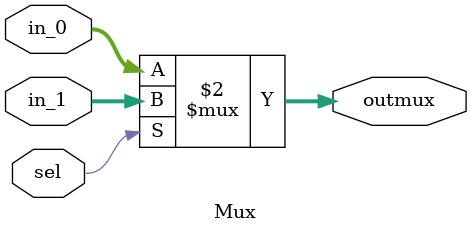
<source format=v>

/********************************************************************/
/********************    Data Memory unit    ************************/

module data_Mem #(parameter addr_size = 64, parameter data_length = 64)
				(input 		clk ,Mem_Read, Mem_Write,
				input 		[addr_size-1:0] address,
				input 		[data_length-1:0] write_Data,
				output reg 	[data_length-1:0] read_Data
				);
				
reg [7:0] memory [ 0 : 224 - 1 ];

/*	DATA Memory  */
/*initial begin
memory[0] = 8'h00;
memory[1] = 8'h01;
memory[2] = 8'h02;
memory[3] = 8'h03;
memory[4] = 8'h04;
memory[5] = 8'h05;
memory[6] = 8'h06;
memory[7] = 8'h07;
//...
end */
  
integer i ;
initial begin
  for(i = 0; i < 2*200 ; i = i+1) begin
    memory[i] = 8'hff;
  end 
  memory[12] = 8'haa ; 
  memory[40] = 8'hbb ;
end


  always @(*)
begin
	if(Mem_Write)
		memory[address] = write_Data ;
	else if(Mem_Read)
		read_Data= memory[address]  ;
end
endmodule

/********************************************************************/
/*****************		Immediate generator	   **********************/
 
module Imm_gen	(input [31:0] in_Imm,
				output [63:0] extnd_Imm
				);
/* 	instruction[6] == 1 then the instruction is I-type.
	instruction[6] == 0 then the instruction is R-type.
		=> instruction[5] == 1 then the instruction is a Store.
		=> instruction[5] == 0 then the instruction is a Load. 
*/
assign extnd_Imm = 	in_Imm[6] == 1 ?  {  {52{in_Imm[31]}} , in_Imm[7], in_Imm[30:25], in_Imm[11:8]  } : 
															
					in_Imm[5] == 1 ? { {52{in_Imm[31]}}  , in_Imm[31:25] , in_Imm[11:7] } :
									
					{ {52{in_Imm[31]}} , in_Imm[31:20]} ;
									

endmodule

/*********************************************************/
/*****************	shift left-1	**********************/

module shift_left #(parameter in_length = 64)
					(input [in_length-1:0] in_data,
					output wire [in_length-1:0] shifted_data
					);

  assign 	shifted_data = { {in_data[in_length-2:0]}, 1'b0 } ;

endmodule

/****************************************************************/
/*****************		 MULTIPLEXOR       **********************/

module Mux #(parameter in_length = 64)
			(input		sel,
			input 		[in_length-1:0] in_0, in_1,
			output reg 	[in_length-1:0] outmux
			);

assign outmux = sel ? in_1 : in_0 ;

endmodule





</source>
